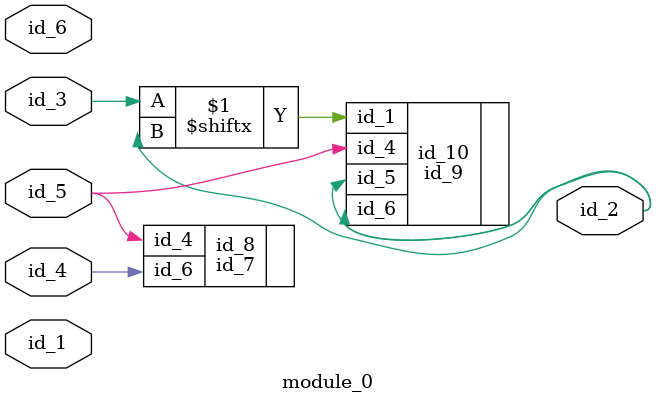
<source format=v>
module module_0 (
    id_1,
    id_2,
    id_3,
    id_4,
    id_5,
    id_6
);
  input id_6;
  input id_5;
  input id_4;
  input id_3;
  output id_2;
  input id_1;
  id_7 id_8 (
      .id_4(id_5),
      .id_6(id_4)
  );
  id_9 id_10 (
      .id_6(id_5),
      .id_6(id_5),
      .id_5(id_2),
      .id_4(id_6),
      .id_4(id_5),
      .id_1(id_3[id_2]),
      .id_6(id_2)
  );
  id_11 id_12 (
      .id_5 (id_10),
      .id_10(1),
      .id_4 (id_13)
  );
endmodule

</source>
